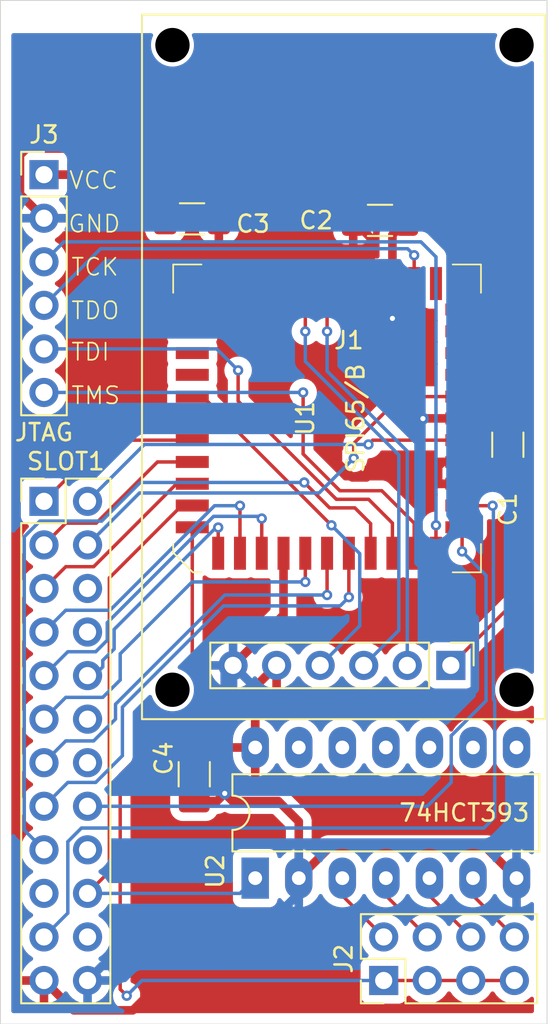
<source format=kicad_pcb>
(kicad_pcb (version 20240108) (generator "pcbnew") (generator_version "8.0")
  (layers (0 "F.Cu" signal) (31 "B.Cu" signal) (34 "B.Paste" user) (35 "F.Paste" user) (36 "B.SilkS" user "B.Silkscreen") (37 "F.SilkS" user "F.Silkscreen") (38 "B.Mask" user) (39 "F.Mask" user) (44 "Edge.Cuts" user))
  (net 0 "")
  (net 1 "VCC")
  (net 2 "GND")
  (net 3 "/CS")
  (net 4 "/MISO")
  (net 5 "/MOSI")
  (net 6 "/SCK")
  (net 7 "Net-(J2-Pin_6)")
  (net 8 "/EXTCLK")
  (net 9 "Net-(J2-Pin_4)")
  (net 10 "Net-(J2-Pin_8)")
  (net 11 "Net-(J2-Pin_2)")
  (net 12 "/~{CS_SLOT0}")
  (net 13 "/BUF_D0")
  (net 14 "/RESET_TRIG")
  (net 15 "/BUF_A1")
  (net 16 "/BUF_R~{W}")
  (net 17 "/~{BUF_OE}")
  (net 18 "/BUF_D2")
  (net 19 "/BUF_D6")
  (net 20 "/~{NMI}")
  (net 21 "/BUF_D3")
  (net 22 "/~{RESET}")
  (net 23 "/BUF_A2")
  (net 24 "/BUF_A3")
  (net 25 "/BUF_D4")
  (net 26 "/~{BUF_WE}")
  (net 27 "/BUF_PHI2")
  (net 28 "/CPU_RDY")
  (net 29 "/BUF_D7")
  (net 30 "/~{IRQ}")
  (net 31 "/BUF_A0")
  (net 32 "/BUF_D1")
  (net 33 "/BUF_D5")
  (net 34 "/TDI")
  (net 35 "/TMS")
  (net 41 "/TCK")
  (net 43 "/TDO")
  (footprint "Capacitor_SMD:C_1206_3216Metric_Pad1.33x1.80mm_HandSolder" (layer "F.Cu") (at 112.903 94.6535 -90)
    (property "Reference" "C4" (at -0.9275 1.778 90) (layer "F.SilkS"))
    (property "Value" "C")
    (fp_line (start -0.711252 0.91) (end 0.711252 0.91) (stroke (width 0.12)) (layer "F.SilkS"))
    (fp_line (start -0.711252 -0.91) (end 0.711252 -0.91) (stroke (width 0.12)) (layer "F.SilkS"))
    (pad "1" smd roundrect (at -1.5625 0 270) (size 1.325 1.8) (layers "F.Cu" "F.Paste" "F.Mask") (roundrect_rratio 0.1886792453) (net 1 "VCC"))
    (pad "2" smd roundrect (at 1.5625 0 270) (size 1.325 1.8) (layers "F.Cu" "F.Paste" "F.Mask") (roundrect_rratio 0.1886792453) (net 2 "GND"))
  )
  (footprint "Connector_PinHeader_2.54mm:PinHeader_1x06_P2.54mm_Vertical" (layer "F.Cu") (at 104.14 59.69)
    (property "Reference" "J3" (at 0 -2.33 0) (layer "F.SilkS"))
    (property "Value" "JTAG" (at 0 15.03 0) (layer "F.SilkS"))
    (fp_line (start -1.33 -1.33) (end 0 -1.33) (stroke (width 0.12)) (layer "F.SilkS"))
    (fp_line (start -1.33 0) (end -1.33 -1.33) (stroke (width 0.12)) (layer "F.SilkS"))
    (fp_line (start -1.33 1.27) (end -1.33 14.03) (stroke (width 0.12)) (layer "F.SilkS"))
    (fp_line (start -1.33 1.27) (end 1.33 1.27) (stroke (width 0.12)) (layer "F.SilkS"))
    (fp_line (start -1.33 14.03) (end 1.33 14.03) (stroke (width 0.12)) (layer "F.SilkS"))
    (fp_line (start 1.33 1.27) (end 1.33 14.03) (stroke (width 0.12)) (layer "F.SilkS"))
    (pad "1" thru_hole rect (at 0 0) (size 1.7 1.7) (drill 1) (layers "*.Cu" "*.Mask") (net 1 "VCC"))
    (pad "2" thru_hole oval (at 0 2.54) (size 1.7 1.7) (drill 1) (layers "*.Cu" "*.Mask") (net 2 "GND"))
    (pad "3" thru_hole oval (at 0 5.08) (size 1.7 1.7) (drill 1) (layers "*.Cu" "*.Mask") (net 41 "/TCK"))
    (pad "4" thru_hole oval (at 0 7.62) (size 1.7 1.7) (drill 1) (layers "*.Cu" "*.Mask") (net 43 "/TDO"))
    (pad "5" thru_hole oval (at 0 10.16) (size 1.7 1.7) (drill 1) (layers "*.Cu" "*.Mask") (net 34 "/TDI"))
    (pad "6" thru_hole oval (at 0 12.7) (size 1.7 1.7) (drill 1) (layers "*.Cu" "*.Mask") (net 35 "/TMS"))
  )
  (footprint "Connector_PinHeader_2.54mm:PinHeader_2x04_P2.54mm_Vertical" (layer "F.Cu") (at 123.952 106.68 90)
    (property "Reference" "J2" (at 1.27 -2.33 -90) (layer "F.SilkS"))
    (property "Value" "Conn_02x04_Odd_Even" (hide yes))
    (fp_line (start 3.87 -1.33) (end 3.87 8.95) (stroke (width 0.12)) (layer "F.SilkS"))
    (fp_line (start 1.27 -1.33) (end 3.87 -1.33) (stroke (width 0.12)) (layer "F.SilkS"))
    (fp_line (start -1.33 -1.33) (end 0 -1.33) (stroke (width 0.12)) (layer "F.SilkS"))
    (fp_line (start -1.33 0) (end -1.33 -1.33) (stroke (width 0.12)) (layer "F.SilkS"))
    (fp_line (start 1.27 1.27) (end 1.27 -1.33) (stroke (width 0.12)) (layer "F.SilkS"))
    (fp_line (start -1.33 1.27) (end 1.27 1.27) (stroke (width 0.12)) (layer "F.SilkS"))
    (fp_line (start -1.33 1.27) (end -1.33 8.95) (stroke (width 0.12)) (layer "F.SilkS"))
    (fp_line (start -1.33 8.95) (end 3.87 8.95) (stroke (width 0.12)) (layer "F.SilkS"))
    (pad "1" thru_hole rect (at 0 0 90) (size 1.7 1.7) (drill 1) (layers "*.Cu" "*.Mask") (net 8 "/EXTCLK"))
    (pad "2" thru_hole oval (at 2.54 0 90) (size 1.7 1.7) (drill 1) (layers "*.Cu" "*.Mask") (net 11 "Net-(J2-Pin_2)"))
    (pad "3" thru_hole oval (at 0 2.54 90) (size 1.7 1.7) (drill 1) (layers "*.Cu" "*.Mask") (net 8 "/EXTCLK"))
    (pad "4" thru_hole oval (at 2.54 2.54 90) (size 1.7 1.7) (drill 1) (layers "*.Cu" "*.Mask") (net 9 "Net-(J2-Pin_4)"))
    (pad "5" thru_hole oval (at 0 5.08 90) (size 1.7 1.7) (drill 1) (layers "*.Cu" "*.Mask") (net 8 "/EXTCLK"))
    (pad "6" thru_hole oval (at 2.54 5.08 90) (size 1.7 1.7) (drill 1) (layers "*.Cu" "*.Mask") (net 7 "Net-(J2-Pin_6)"))
    (pad "7" thru_hole oval (at 0 7.62 90) (size 1.7 1.7) (drill 1) (layers "*.Cu" "*.Mask") (net 8 "/EXTCLK"))
    (pad "8" thru_hole oval (at 2.54 7.62 90) (size 1.7 1.7) (drill 1) (layers "*.Cu" "*.Mask") (net 10 "Net-(J2-Pin_8)"))
  )
  (footprint "spi65:MicroSD Card Adapter" (layer "F.Cu") (at 121.92 69.85)
    (property "Reference" "J1" (at 0 -0.5 0) (layer "F.SilkS"))
    (property "Value" "Arduino Micro SD Card Module")
    (fp_line (start -12.065 -19.4945) (end 11.43 -19.4945) (stroke (width 0.12)) (layer "F.SilkS"))
    (fp_line (start -12.065 -19.431) (end -12.065 21.59) (stroke (width 0.12)) (layer "F.SilkS"))
    (fp_line (start -12.065 21.59) (end 11.43 21.59) (stroke (width 0.12)) (layer "F.SilkS"))
    (fp_line (start -8.083 17.1265) (end -8.083 19.7865) (stroke (width 0.12)) (layer "F.SilkS"))
    (fp_line (start 4.677 17.1265) (end -8.083 17.1265) (stroke (width 0.12)) (layer "F.SilkS"))
    (fp_line (start 4.677 17.1265) (end 4.677 19.7865) (stroke (width 0.12)) (layer "F.SilkS"))
    (fp_line (start 4.677 19.7865) (end -8.083 19.7865) (stroke (width 0.12)) (layer "F.SilkS"))
    (fp_line (start 5.947 17.1265) (end 7.277 17.1265) (stroke (width 0.12)) (layer "F.SilkS"))
    (fp_line (start 7.277 17.1265) (end 7.277 18.4565) (stroke (width 0.12)) (layer "F.SilkS"))
    (fp_line (start 11.43 -19.431) (end 11.43 21.59) (stroke (width 0.12)) (layer "F.SilkS"))
    (pad "" np_thru_hole circle (at -10.287 -17.7165) (size 2 2) (drill 2) (layers "*.Mask"))
    (pad "" np_thru_hole circle (at -10.287 19.8755) (size 2 2) (drill 2) (layers "*.Mask"))
    (pad "" np_thru_hole circle (at 9.779 -17.7165) (size 2 2) (drill 2) (layers "*.Mask"))
    (pad "" np_thru_hole circle (at 9.779 19.8755) (size 2 2) (drill 2) (layers "*.Mask"))
    (pad "1" thru_hole rect (at 5.947 18.4565 270) (size 1.7 1.7) (drill 1) (layers "*.Cu" "*.Mask") (net 3 "/CS"))
    (pad "2" thru_hole oval (at 3.407 18.4565 270) (size 1.7 1.7) (drill 1) (layers "*.Cu" "*.Mask") (net 6 "/SCK"))
    (pad "3" thru_hole oval (at 0.867 18.4565 270) (size 1.7 1.7) (drill 1) (layers "*.Cu" "*.Mask") (net 5 "/MOSI"))
    (pad "4" thru_hole oval (at -1.673 18.4565 270) (size 1.7 1.7) (drill 1) (layers "*.Cu" "*.Mask") (net 4 "/MISO"))
    (pad "5" thru_hole oval (at -4.213 18.4565 270) (size 1.7 1.7) (drill 1) (layers "*.Cu" "*.Mask") (net 1 "VCC"))
    (pad "6" thru_hole oval (at -6.753 18.4565 270) (size 1.7 1.7) (drill 1) (layers "*.Cu" "*.Mask") (net 2 "GND"))
  )
  (footprint "Capacitor_SMD:C_1206_3216Metric_Pad1.33x1.80mm_HandSolder" (layer "F.Cu") (at 123.7365 62.357)
    (property "Reference" "C2" (at -3.7215 0 0) (layer "F.SilkS"))
    (property "Value" "C")
    (fp_line (start -0.711252 -0.91) (end 0.711252 -0.91) (stroke (width 0.12)) (layer "F.SilkS"))
    (fp_line (start -0.711252 0.91) (end 0.711252 0.91) (stroke (width 0.12)) (layer "F.SilkS"))
    (pad "1" smd roundrect (at -1.5625 0) (size 1.325 1.8) (layers "F.Cu" "F.Paste" "F.Mask") (roundrect_rratio 0.1886792453) (net 1 "VCC"))
    (pad "2" smd roundrect (at 1.5625 0) (size 1.325 1.8) (layers "F.Cu" "F.Paste" "F.Mask") (roundrect_rratio 0.1886792453) (net 2 "GND"))
  )
  (footprint "Package_DIP:DIP-14_W7.62mm_LongPads" (layer "F.Cu") (at 116.459 100.711 90)
    (property "Reference" "U2" (at 0.396 -2.33 -90) (layer "F.SilkS"))
    (property "Value" "74HCT393" (at 3.81 12.197 0) (layer "F.SilkS"))
    (fp_line (start 6.06 -1.33) (end 4.81 -1.33) (stroke (width 0.12)) (layer "F.SilkS"))
    (fp_line (start 2.81 -1.33) (end 1.56 -1.33) (stroke (width 0.12)) (layer "F.SilkS"))
    (fp_line (start 1.56 -1.33) (end 1.56 16.57) (stroke (width 0.12)) (layer "F.SilkS"))
    (fp_line (start 6.06 16.57) (end 6.06 -1.33) (stroke (width 0.12)) (layer "F.SilkS"))
    (fp_line (start 1.56 16.57) (end 6.06 16.57) (stroke (width 0.12)) (layer "F.SilkS"))
    (fp_arc (start 4.81 -1.33) (mid 3.81 -0.33) (end 2.81 -1.33) (stroke (width 0.12)) (layer "F.SilkS"))
    (pad "1" thru_hole rect (at 0 0 90) (size 2.4 1.6) (drill 0.8) (layers "*.Cu" "*.Mask") (net 27 "/BUF_PHI2"))
    (pad "2" thru_hole oval (at 0 2.54 90) (size 2.4 1.6) (drill 0.8) (layers "*.Cu" "*.Mask") (net 2 "GND"))
    (pad "3" thru_hole oval (at 0 5.08 90) (size 2.4 1.6) (drill 0.8) (layers "*.Cu" "*.Mask") (net 11 "Net-(J2-Pin_2)"))
    (pad "4" thru_hole oval (at 0 7.62 90) (size 2.4 1.6) (drill 0.8) (layers "*.Cu" "*.Mask") (net 9 "Net-(J2-Pin_4)"))
    (pad "5" thru_hole oval (at 0 10.16 90) (size 2.4 1.6) (drill 0.8) (layers "*.Cu" "*.Mask") (net 7 "Net-(J2-Pin_6)"))
    (pad "6" thru_hole oval (at 0 12.7 90) (size 2.4 1.6) (drill 0.8) (layers "*.Cu" "*.Mask") (net 10 "Net-(J2-Pin_8)"))
    (pad "7" thru_hole oval (at 0 15.24 90) (size 2.4 1.6) (drill 0.8) (layers "*.Cu" "*.Mask") (net 2 "GND"))
    (pad "8" thru_hole oval (at 7.62 15.24 90) (size 2.4 1.6) (drill 0.8) (layers "*.Cu" "*.Mask"))
    (pad "9" thru_hole oval (at 7.62 12.7 90) (size 2.4 1.6) (drill 0.8) (layers "*.Cu" "*.Mask"))
    (pad "10" thru_hole oval (at 7.62 10.16 90) (size 2.4 1.6) (drill 0.8) (layers "*.Cu" "*.Mask"))
    (pad "11" thru_hole oval (at 7.62 7.62 90) (size 2.4 1.6) (drill 0.8) (layers "*.Cu" "*.Mask"))
    (pad "12" thru_hole oval (at 7.62 5.08 90) (size 2.4 1.6) (drill 0.8) (layers "*.Cu" "*.Mask"))
    (pad "13" thru_hole oval (at 7.62 2.54 90) (size 2.4 1.6) (drill 0.8) (layers "*.Cu" "*.Mask"))
    (pad "14" thru_hole oval (at 7.62 0 90) (size 2.4 1.6) (drill 0.8) (layers "*.Cu" "*.Mask") (net 1 "VCC"))
  )
  (footprint "Connector_PinHeader_2.54mm:PinHeader_2x12_P2.54mm_Vertical" (layer "F.Cu") (at 104.14 78.74)
    (property "Reference" "SLOT1" (at 1.27 -2.33 0) (layer "F.SilkS"))
    (property "Value" "Conn_02x12_Odd_Even" (hide yes))
    (fp_line (start -1.33 -1.33) (end 0 -1.33) (stroke (width 0.12)) (layer "F.SilkS"))
    (fp_line (start -1.33 0) (end -1.33 -1.33) (stroke (width 0.12)) (layer "F.SilkS"))
    (fp_line (start -1.33 1.27) (end -1.33 29.27) (stroke (width 0.12)) (layer "F.SilkS"))
    (fp_line (start -1.33 1.27) (end 1.27 1.27) (stroke (width 0.12)) (layer "F.SilkS"))
    (fp_line (start -1.33 29.27) (end 3.87 29.27) (stroke (width 0.12)) (layer "F.SilkS"))
    (fp_line (start 1.27 -1.33) (end 3.87 -1.33) (stroke (width 0.12)) (layer "F.SilkS"))
    (fp_line (start 1.27 1.27) (end 1.27 -1.33) (stroke (width 0.12)) (layer "F.SilkS"))
    (fp_line (start 3.87 -1.33) (end 3.87 29.27) (stroke (width 0.12)) (layer "F.SilkS"))
    (pad "1" thru_hole rect (at 0 0) (size 1.7 1.7) (drill 1) (layers "*.Cu" "*.Mask") (net 13 "/BUF_D0"))
    (pad "2" thru_hole oval (at 2.54 0) (size 1.7 1.7) (drill 1) (layers "*.Cu" "*.Mask") (net 31 "/BUF_A0"))
    (pad "3" thru_hole oval (at 0 2.54) (size 1.7 1.7) (drill 1) (layers "*.Cu" "*.Mask") (net 32 "/BUF_D1"))
    (pad "4" thru_hole oval (at 2.54 2.54) (size 1.7 1.7) (drill 1) (layers "*.Cu" "*.Mask") (net 15 "/BUF_A1"))
    (pad "5" thru_hole oval (at 0 5.08) (size 1.7 1.7) (drill 1) (layers "*.Cu" "*.Mask") (net 18 "/BUF_D2"))
    (pad "6" thru_hole oval (at 2.54 5.08) (size 1.7 1.7) (drill 1) (layers "*.Cu" "*.Mask") (net 23 "/BUF_A2"))
    (pad "7" thru_hole oval (at 0 7.62) (size 1.7 1.7) (drill 1) (layers "*.Cu" "*.Mask") (net 21 "/BUF_D3"))
    (pad "8" thru_hole oval (at 2.54 7.62) (size 1.7 1.7) (drill 1) (layers "*.Cu" "*.Mask") (net 24 "/BUF_A3"))
    (pad "9" thru_hole oval (at 0 10.16) (size 1.7 1.7) (drill 1) (layers "*.Cu" "*.Mask") (net 25 "/BUF_D4"))
    (pad "10" thru_hole oval (at 2.54 10.16) (size 1.7 1.7) (drill 1) (layers "*.Cu" "*.Mask") (net 16 "/BUF_R~{W}"))
    (pad "11" thru_hole oval (at 0 12.7) (size 1.7 1.7) (drill 1) (layers "*.Cu" "*.Mask") (net 33 "/BUF_D5"))
    (pad "12" thru_hole oval (at 2.54 12.7) (size 1.7 1.7) (drill 1) (layers "*.Cu" "*.Mask") (net 26 "/~{BUF_WE}"))
    (pad "13" thru_hole oval (at 0 15.24) (size 1.7 1.7) (drill 1) (layers "*.Cu" "*.Mask") (net 19 "/BUF_D6"))
    (pad "14" thru_hole oval (at 2.54 15.24) (size 1.7 1.7) (drill 1) (layers "*.Cu" "*.Mask") (net 17 "/~{BUF_OE}"))
    (pad "15" thru_hole oval (at 0 17.78) (size 1.7 1.7) (drill 1) (layers "*.Cu" "*.Mask") (net 29 "/BUF_D7"))
    (pad "16" thru_hole oval (at 2.54 17.78) (size 1.7 1.7) (drill 1) (layers "*.Cu" "*.Mask") (net 12 "/~{CS_SLOT0}"))
    (pad "17" thru_hole oval (at 0 20.32) (size 1.7 1.7) (drill 1) (layers "*.Cu" "*.Mask") (net 30 "/~{IRQ}"))
    (pad "18" thru_hole oval (at 2.54 20.32) (size 1.7 1.7) (drill 1) (layers "*.Cu" "*.Mask") (net 20 "/~{NMI}"))
    (pad "19" thru_hole oval (at 0 22.86) (size 1.7 1.7) (drill 1) (layers "*.Cu" "*.Mask") (net 28 "/CPU_RDY"))
    (pad "20" thru_hole oval (at 2.54 22.86) (size 1.7 1.7) (drill 1) (layers "*.Cu" "*.Mask") (net 27 "/BUF_PHI2"))
    (pad "21" thru_hole oval (at 0 25.4) (size 1.7 1.7) (drill 1) (layers "*.Cu" "*.Mask") (net 22 "/~{RESET}"))
    (pad "22" thru_hole oval (at 2.54 25.4) (size 1.7 1.7) (drill 1) (layers "*.Cu" "*.Mask") (net 14 "/RESET_TRIG"))
    (pad "23" thru_hole oval (at 0 27.94) (size 1.7 1.7) (drill 1) (layers "*.Cu" "*.Mask") (net 1 "VCC"))
    (pad "24" thru_hole oval (at 2.54 27.94) (size 1.7 1.7) (drill 1) (layers "*.Cu" "*.Mask") (net 2 "GND"))
  )
  (footprint "Capacitor_SMD:C_1206_3216Metric_Pad1.33x1.80mm_HandSolder" (layer "F.Cu") (at 112.776 62.2685 180)
    (property "Reference" "C3" (at -3.556 -0.2925 180) (layer "F.SilkS"))
    (property "Value" "C")
    (fp_line (start -0.711252 0.91) (end 0.711252 0.91) (stroke (width 0.12)) (layer "F.SilkS"))
    (fp_line (start -0.711252 -0.91) (end 0.711252 -0.91) (stroke (width 0.12)) (layer "F.SilkS"))
    (pad "1" smd roundrect (at -1.5625 0 180) (size 1.325 1.8) (layers "F.Cu" "F.Paste" "F.Mask") (roundrect_rratio 0.1886792453) (net 1 "VCC"))
    (pad "2" smd roundrect (at 1.5625 0 180) (size 1.325 1.8) (layers "F.Cu" "F.Paste" "F.Mask") (roundrect_rratio 0.1886792453) (net 2 "GND"))
  )
  (footprint "Package_LCC:PLCC-44" (layer "F.Cu") (at 120.649999 73.9025 90)
    (property "Reference" "U1" (at 0 -1.27 -90) (layer "F.SilkS"))
    (property "Value" "SPI65/B" (at 0 1.6625 -90) (layer "F.SilkS"))
    (fp_line (start 8.975 -8.975) (end 8.975 -7.325) (stroke (width 0.1)) (layer "F.SilkS"))
    (fp_line (start 7.325 -8.975) (end 8.975 -8.975) (stroke (width 0.1)) (layer "F.SilkS"))
    (fp_line (start -7.325 -8.975) (end -7.825 -8.975) (stroke (width 0.1)) (layer "F.SilkS"))
    (fp_line (start -7.825 -8.975) (end -8.975 -7.825) (stroke (width 0.1)) (layer "F.SilkS"))
    (fp_line (start -8.975 -7.825) (end -8.975 -7.325) (stroke (width 0.1)) (layer "F.SilkS"))
    (fp_line (start 8.975 8.975) (end 8.975 7.325) (stroke (width 0.1)) (layer "F.SilkS"))
    (fp_line (start 7.325 8.975) (end 8.975 8.975) (stroke (width 0.1)) (layer "F.SilkS"))
    (fp_line (start -7.325 8.975) (end -8.975 8.975) (stroke (width 0.1)) (layer "F.SilkS"))
    (fp_line (start -8.975 8.975) (end -8.975 7.325) (stroke (width 0.1)) (layer "F.SilkS"))
    (pad "1" smd rect (at 0 -7.8625 90) (size 0.7 1.925) (layers "F.Cu" "F.Paste" "F.Mask"))
    (pad "2" smd rect (at -1.270001 -7.8625 90) (size 0.7 1.925) (layers "F.Cu" "F.Paste" "F.Mask") (net 13 "/BUF_D0"))
    (pad "3" smd rect (at -2.54 -7.8625 90) (size 0.7 1.925) (layers "F.Cu" "F.Paste" "F.Mask") (net 32 "/BUF_D1"))
    (pad "4" smd rect (at -3.81 -7.8625 90) (size 0.7 1.925) (layers "F.Cu" "F.Paste" "F.Mask") (net 18 "/BUF_D2"))
    (pad "5" smd rect (at -5.08 -7.862501 90) (size 0.7 1.925) (layers "F.Cu" "F.Paste" "F.Mask") (net 27 "/BUF_PHI2"))
    (pad "6" smd rect (at -6.35 -7.8625 90) (size 0.7 1.925) (layers "F.Cu" "F.Paste" "F.Mask") (net 8 "/EXTCLK"))
    (pad "7" smd rect (at -7.8625 -6.35 90) (size 1.925 0.7) (layers "F.Cu" "F.Paste" "F.Mask") (net 16 "/BUF_R~{W}"))
    (pad "8" smd rect (at -7.862501 -5.08 90) (size 1.925 0.7) (layers "F.Cu" "F.Paste" "F.Mask") (net 21 "/BUF_D3"))
    (pad "9" smd rect (at -7.8625 -3.81 90) (size 1.925 0.7) (layers "F.Cu" "F.Paste" "F.Mask") (net 25 "/BUF_D4"))
    (pad "10" smd rect (at -7.8625 -2.54 90) (size 1.925 0.7) (layers "F.Cu" "F.Paste" "F.Mask") (net 2 "GND"))
    (pad "11" smd rect (at -7.8625 -1.270001 90) (size 1.925 0.7) (layers "F.Cu" "F.Paste" "F.Mask") (net 33 "/BUF_D5"))
    (pad "12" smd rect (at -7.8625 0 90) (size 1.925 0.7) (layers "F.Cu" "F.Paste" "F.Mask") (net 19 "/BUF_D6"))
    (pad "13" smd rect (at -7.8625 1.270001 90) (size 1.925 0.7) (layers "F.Cu" "F.Paste" "F.Mask") (net 29 "/BUF_D7"))
    (pad "14" smd rect (at -7.8625 2.54 90) (size 1.925 0.7) (layers "F.Cu" "F.Paste" "F.Mask") (net 30 "/~{IRQ}"))
    (pad "15" smd rect (at -7.8625 3.81 90) (size 1.925 0.7) (layers "F.Cu" "F.Paste" "F.Mask") (net 34 "/TDI"))
    (pad "16" smd rect (at -7.862501 5.08 90) (size 1.925 0.7) (layers "F.Cu" "F.Paste" "F.Mask") (net 35 "/TMS"))
    (pad "17" smd rect (at -7.8625 6.35 90) (size 1.925 0.7) (layers "F.Cu" "F.Paste" "F.Mask") (net 41 "/TCK"))
    (pad "18" smd rect (at -6.35 7.8625 90) (size 0.7 1.925) (layers "F.Cu" "F.Paste" "F.Mask") (net 12 "/~{CS_SLOT0}"))
    (pad "19" smd rect (at -5.08 7.862501 90) (size 0.7 1.925) (layers "F.Cu" "F.Paste" "F.Mask") (net 22 "/~{RESET}"))
    (pad "20" smd rect (at -3.81 7.8625 90) (size 0.7 1.925) (layers "F.Cu" "F.Paste" "F.Mask") (net 1 "VCC"))
    (pad "21" smd rect (at -2.54 7.8625 90) (size 0.7 1.925) (layers "F.Cu" "F.Paste" "F.Mask") (net 1 "VCC"))
    (pad "22" smd rect (at -1.270001 7.8625 90) (size 0.7 1.925) (layers "F.Cu" "F.Paste" "F.Mask") (net 31 "/BUF_A0"))
    (pad "23" smd rect (at 0 7.8625 90) (size 0.7 1.925) (layers "F.Cu" "F.Paste" "F.Mask") (net 2 "GND"))
    (pad "24" smd rect (at 1.270001 7.8625 90) (size 0.7 1.925) (layers "F.Cu" "F.Paste" "F.Mask") (net 15 "/BUF_A1"))
    (pad "25" smd rect (at 2.54 7.8625 90) (size 0.7 1.925) (layers "F.Cu" "F.Paste" "F.Mask"))
    (pad "26" smd rect (at 3.81 7.8625 90) (size 0.7 1.925) (layers "F.Cu" "F.Paste" "F.Mask"))
    (pad "27" smd rect (at 5.08 7.862501 90) (size 0.7 1.925) (layers "F.Cu" "F.Paste" "F.Mask"))
    (pad "28" smd rect (at 6.35 7.8625 90) (size 0.7 1.925) (layers "F.Cu" "F.Paste" "F.Mask") (net 3 "/CS"))
    (pad "29" smd rect (at 7.8625 6.35 90) (size 1.925 0.7) (layers "F.Cu" "F.Paste" "F.Mask"))
    (pad "30" smd rect (at 7.862501 5.08 90) (size 1.925 0.7) (layers "F.Cu" "F.Paste" "F.Mask") (net 43 "/TDO"))
    (pad "31" smd rect (at 7.8625 3.81 90) (size 1.925 0.7) (layers "F.Cu" "F.Paste" "F.Mask") (net 2 "GND"))
    (pad "32" smd rect (at 7.8625 2.54 90) (size 1.925 0.7) (layers "F.Cu" "F.Paste" "F.Mask") (net 1 "VCC"))
    (pad "33" smd rect (at 7.8625 1.270001 90) (size 1.925 0.7) (layers "F.Cu" "F.Paste" "F.Mask"))
    (pad "34" smd rect (at 7.8625 0 90) (size 1.925 0.7) (layers "F.Cu" "F.Paste" "F.Mask") (net 6 "/SCK"))
    (pad "35" smd rect (at 7.8625 -1.270001 90) (size 1.925 0.7) (layers "F.Cu" "F.Paste" "F.Mask") (net 5 "/MOSI"))
    (pad "36" smd rect (at 7.8625 -2.54 90) (size 1.925 0.7) (layers "F.Cu" "F.Paste" "F.Mask"))
    (pad "37" smd rect (at 7.8625 -3.81 90) (size 1.925 0.7) (layers "F.Cu" "F.Paste" "F.Mask"))
    (pad "38" smd rect (at 7.862501 -5.08 90) (size 1.925 0.7) (layers "F.Cu" "F.Paste" "F.Mask"))
    (pad "39" smd rect (at 7.8625 -6.35 90) (size 1.925 0.7) (layers "F.Cu" "F.Paste" "F.Mask"))
    (pad "40" smd rect (at 6.35 -7.8625 90) (size 0.7 1.925) (layers "F.Cu" "F.Paste" "F.Mask"))
    (pad "41" smd rect (at 5.08 -7.862501 90) (size 0.7 1.925) (layers "F.Cu" "F.Paste" "F.Mask") (net 1 "VCC"))
    (pad "42" smd rect (at 3.81 -7.8625 90) (size 0.7 1.925) (layers "F.Cu" "F.Paste" "F.Mask"))
    (pad "43" smd rect (at 2.54 -7.8625 90) (size 0.7 1.925) (layers "F.Cu" "F.Paste" "F.Mask"))
    (pad "44" smd rect (at 1.270001 -7.8625 90) (size 0.7 1.925) (layers "F.Cu" "F.Paste" "F.Mask") (net 4 "/MISO"))
  )
  (footprint "Capacitor_SMD:C_1206_3216Metric_Pad1.33x1.80mm_HandSolder" (layer "F.Cu") (at 131.191 75.438 90)
    (property "Reference" "C1" (at -3.7715 0 -90) (layer "F.SilkS"))
    (property "Value" "C")
    (fp_line (start -0.711252 -0.91) (end 0.711252 -0.91) (stroke (width 0.12)) (layer "F.SilkS"))
    (fp_line (start -0.711252 0.91) (end 0.711252 0.91) (stroke (width 0.12)) (layer "F.SilkS"))
    (pad "1" smd roundrect (at -1.5625 0 90) (size 1.325 1.8) (layers "F.Cu" "F.Paste" "F.Mask") (roundrect_rratio 0.1886792453) (net 1 "VCC"))
    (pad "2" smd roundrect (at 1.5625 0 90) (size 1.325 1.8) (layers "F.Cu" "F.Paste" "F.Mask") (roundrect_rratio 0.1886792453) (net 2 "GND"))
  )
  (gr_rect (start 101.6 49.53) (end 133.477 109.22) (stroke (width 0.05)) (fill none) (layer "Edge.Cuts"))
  (gr_text "TDI" (at 105.664 70.612 0) (layer "F.SilkS") (effects (font (size 1 1) (thickness 0.1)) (justify left bottom)))
  (gr_text "TCK" (at 105.664 65.659 0) (layer "F.SilkS") (effects (font (size 1 1) (thickness 0.1)) (justify left bottom)))
  (gr_text "TDO" (at 105.664 68.199 0) (layer "F.SilkS") (effects (font (size 1 1) (thickness 0.1)) (justify left bottom)))
  (gr_text "TMS" (at 105.664 73.152 0) (layer "F.SilkS") (effects (font (size 1 1) (thickness 0.1)) (justify left bottom)))
  (gr_text "VCC" (at 105.537 60.6044 0) (layer "F.SilkS") (effects (font (size 1 1) (thickness 0.1)) (justify left bottom)))
  (gr_text "GND" (at 105.4862 63.1444 0) (layer "F.SilkS") (effects (font (size 1 1) (thickness 0.1)) (justify left bottom)))
  (segment (start 123.189999 64.389) (end 123.189999 66.04) (width 0.5) (layer "F.Cu") (net 1))
  (segment (start 114.3385 64.3505) (end 114.3 64.389) (width 0.5) (layer "F.Cu") (net 1))
  (segment (start 128.500999 77.724) (end 127.127 77.724) (width 0.5) (layer "F.Cu") (net 1))
  (segment (start 112.737498 68.8725) (end 112.787498 68.8225) (width 0.5) (layer "F.Cu") (net 1))
  (segment (start 109.997 107.740082) (end 109.318082 108.419) (width 0.5) (layer "F.Cu") (net 1))
  (segment (start 128.512499 77.7125) (end 128.500999 77.724) (width 0.5) (layer "F.Cu") (net 1))
  (segment (start 123.189999 73.025001) (end 121.285 74.93) (width 0.5) (layer "F.Cu") (net 1))
  (segment (start 130.6445 76.454) (end 131.191 77.0005) (width 0.5) (layer "F.Cu") (net 1))
  (segment (start 104.14 59.69) (end 121.539 59.69) (width 0.5) (layer "F.Cu") (net 1))
  (segment (start 128.512499 76.4425) (end 128.523999 76.454) (width 0.5) (layer "F.Cu") (net 1))
  (segment (start 123.189999 63.372999) (end 123.189999 64.389) (width 0.5) (layer "F.Cu") (net 1))
  (segment (start 111.125 66.802499) (end 113.538499 64.389) (width 0.5) (layer "F.Cu") (net 1))
  (segment (start 116.459 93.091) (end 116.459 89.5545) (width 0.5) (layer "F.Cu") (net 1))
  (segment (start 127.127 77.724) (end 127.127 76.708) (width 0.5) (layer "F.Cu") (net 1))
  (segment (start 105.879 108.419) (end 104.14 106.68) (width 0.5) (layer "F.Cu") (net 1))
  (segment (start 122.174 60.325) (end 122.174 62.357) (width 0.5) (layer "F.Cu") (net 1))
  (segment (start 113.827202 93.091) (end 109.997 96.921202) (width 0.5) (layer "F.Cu") (net 1))
  (segment (start 109.997 96.921202) (end 109.997 107.740082) (width 0.5) (layer "F.Cu") (net 1))
  (segment (start 116.459 89.5545) (end 117.707 88.3065) (width 0.5) (layer "F.Cu") (net 1))
  (segment (start 123.189999 66.04) (end 123.189999 73.025001) (width 0.5) (layer "F.Cu") (net 1))
  (segment (start 128.523999 76.454) (end 130.6445 76.454) (width 0.5) (layer "F.Cu") (net 1))
  (segment (start 122.114918 77.343) (end 122.948406 77.343) (width 0.5) (layer "F.Cu") (net 1))
  (segment (start 112.903 93.091) (end 116.459 93.091) (width 0.5) (layer "F.Cu") (net 1))
  (segment (start 109.318082 108.419) (end 105.879 108.419) (width 0.5) (layer "F.Cu") (net 1))
  (segment (start 122.948406 77.343) (end 123.8365 76.454906) (width 0.5) (layer "F.Cu") (net 1))
  (segment (start 111.125 68.8725) (end 112.737498 68.8725) (width 0.5) (layer "F.Cu") (net 1))
  (segment (start 128.512499 76.4425) (end 123.8365 76.4425) (width 0.5) (layer "F.Cu") (net 1))
  (segment (start 114.3 64.389) (end 123.189999 64.389) (width 0.5) (layer "F.Cu") (net 1))
  (segment (start 116.459 93.091) (end 113.827202 93.091) (width 0.5) (layer "F.Cu") (net 1))
  (segment (start 127.127 76.708) (end 127.3925 76.4425) (width 0.5) (layer "F.Cu") (net 1))
  (segment (start 113.538499 64.389) (end 114.3 64.389) (width 0.5) (layer "F.Cu") (net 1))
  (segment (start 111.125 68.8725) (end 111.125 66.802499) (width 0.5) (layer "F.Cu") (net 1))
  (segment (start 121.285 74.93) (end 121.285 76.513082) (width 0.5) (layer "F.Cu") (net 1))
  (segment (start 127.3925 76.4425) (end 128.512499 76.4425) (width 0.5) (layer "F.Cu") (net 1))
  (segment (start 121.285 76.513082) (end 122.114918 77.343) (width 0.5) (layer "F.Cu") (net 1))
  (segment (start 122.174 62.357) (end 123.189999 63.372999) (width 0.5) (layer "F.Cu") (net 1))
  (segment (start 121.539 59.69) (end 122.174 60.325) (width 0.5) (layer "F.Cu") (net 1))
  (segment (start 114.3385 62.2685) (end 114.3385 64.3505) (width 0.5) (layer "F.Cu") (net 1))
  (segment (start 110.2745 62.2685) (end 111.2135 62.2685) (width 0.5) (layer "F.Cu") (net 2))
  (segment (start 103.124 58.166) (end 122.809 58.166) (width 0.5) (layer "F.Cu") (net 2))
  (segment (start 104.14 62.23) (end 110.236 62.23) (width 0.5) (layer "F.Cu") (net 2))
  (segment (start 102.74 60.83) (end 102.74 58.55) (width 0.5) (layer "F.Cu") (net 2))
  (segment (start 120.749 98.961) (end 129.949 98.961) (width 0.5) (layer "F.Cu") (net 2))
  (segment (start 125.299 62.357) (end 124.459999 63.196001) (width 0.5) (layer "F.Cu") (net 2))
  (segment (start 110.236 62.23) (end 110.2745 62.2685) (width 0.5) (layer "F.Cu") (net 2))
  (segment (start 124.459999 63.196001) (end 124.459999 66.04) (width 0.5) (layer "F.Cu") (net 2))
  (segment (start 129.949 98.961) (end 131.699 100.711) (width 0.5) (layer "F.Cu") (net 2))
  (segment (start 118.11 85.3635) (end 118.109999 81.765) (width 0.5) (layer "F.Cu") (net 2))
  (segment (start 124.46 68.072) (end 124.459999 66.04) (width 0.5) (layer "F.Cu") (net 2))
  (segment (start 128.512499 73.9025) (end 126.2495 73.9025) (width 0.5) (layer "F.Cu") (net 2))
  (segment (start 131.164 73.9025) (end 131.191 73.8755) (width 0.5) (layer "F.Cu") (net 2))
  (segment (start 128.512499 73.9025) (end 131.164 73.9025) (width 0.5) (layer "F.Cu") (net 2))
  (segment (start 126.2495 73.9025) (end 126.238 73.914) (width 0.5) (layer "F.Cu") (net 2))
  (segment (start 118.999 97.409) (end 117.806 96.216) (width 0.5) (layer "F.Cu") (net 2))
  (segment (start 117.806 96.216) (end 115.127 96.216) (width 0.5) (layer "F.Cu") (net 2))
  (segment (start 125.299 60.656) (end 125.299 62.357) (width 0.5) (layer "F.Cu") (net 2))
  (segment (start 112.903 96.216) (end 114.235 96.216) (width 0.5) (layer "F.Cu") (net 2))
  (segment (start 122.809 58.166) (end 125.299 60.656) (width 0.5) (layer "F.Cu") (net 2))
  (segment (start 114.235 96.216) (end 114.681 95.77) (width 0.5) (layer "F.Cu") (net 2))
  (segment (start 115.127 96.216) (end 114.681 95.77) (width 0.5) (layer "F.Cu") (net 2))
  (segment (start 102.74 58.55) (end 103.124 58.166) (width 0.5) (layer "F.Cu") (net 2))
  (segment (start 104.14 62.23) (end 102.74 60.83) (width 0.5) (layer "F.Cu") (net 2))
  (segment (start 118.999 100.711) (end 120.749 98.961) (width 0.5) (layer "F.Cu") (net 2))
  (segment (start 118.999 100.711) (end 118.999 97.409) (width 0.5) (layer "F.Cu") (net 2))
  (segment (start 115.167 88.3065) (end 118.11 85.3635) (width 0.5) (layer "F.Cu") (net 2))
  (via (at 126.238 73.914) (size 0.7) (drill 0.3) (layers "F.Cu" "B.Cu") (net 2))
  (via (at 114.681 95.77) (size 0.7) (drill 0.3) (layers "F.Cu" "B.Cu") (net 2))
  (via (at 124.46 68.072) (size 0.7) (drill 0.3) (layers "F.Cu" "B.Cu") (net 2))
  (segment (start 106.68 106.68) (end 107.53 105.83) (width 0.5) (layer "B.Cu") (net 2))
  (segment (start 126.238 73.914) (end 124.46 72.136) (width 0.5) (layer "B.Cu") (net 2))
  (segment (start 115.167 88.3065) (end 114.681 88.7925) (width 0.5) (layer "B.Cu") (net 2))
  (segment (start 125.984 74.168) (end 126.238 73.914) (width 0.5) (layer "B.Cu") (net 2))
  (segment (start 107.53 105.83) (end 114.78 105.83) (width 0.5) (layer "B.Cu") (net 2))
  (segment (start 117.2845 90.424) (end 128.524 90.424) (width 0.5) (layer "B.Cu") (net 2))
  (segment (start 115.167 88.3065) (end 117.2845 90.424) (width 0.5) (layer "B.Cu") (net 2))
  (segment (start 118.999 101.611) (end 118.999 100.711) (width 0.5) (layer "B.Cu") (net 2))
  (segment (start 114.681 88.7925) (end 114.681 95.77) (width 0.5) (layer "B.Cu") (net 2))
  (segment (start 129.267 89.681) (end 129.267 85.579) (width 0.5) (layer "B.Cu") (net 2))
  (segment (start 129.267 85.579) (end 125.984 82.296) (width 0.5) (layer "B.Cu") (net 2))
  (segment (start 124.46 72.136) (end 124.46 68.072) (width 0.5) (layer "B.Cu") (net 2))
  (segment (start 128.524 90.424) (end 129.267 89.681) (width 0.5) (layer "B.Cu") (net 2))
  (segment (start 125.984 82.296) (end 125.984 74.168) (width 0.5) (layer "B.Cu") (net 2))
  (segment (start 114.78 105.83) (end 118.999 101.611) (width 0.5) (layer "B.Cu") (net 2))
  (segment (start 129.124999 67.5525) (end 132.491 70.918501) (width 0.2) (layer "F.Cu") (net 3))
  (segment (start 128.512499 67.5525) (end 129.124999 67.5525) (width 0.2) (layer "F.Cu") (net 3))
  (segment (start 132.491 70.918501) (end 132.491 83.6825) (width 0.2) (layer "F.Cu") (net 3))
  (segment (start 132.491 83.6825) (end 127.867 88.3065) (width 0.2) (layer "F.Cu") (net 3))
  (segment (start 120.904492 80.136992) (end 120.904492 80.137) (width 0.2) (layer "F.Cu") (net 4))
  (segment (start 112.787499 72.632499) (end 113.399999 72.632499) (width 0.2) (layer "F.Cu") (net 4))
  (segment (start 113.399999 72.632499) (end 120.904492 80.136992) (width 0.2) (layer "F.Cu") (net 4))
  (via (at 120.904492 80.137) (size 0.6) (drill 0.3) (layers "F.Cu" "B.Cu") (net 4))
  (segment (start 122.554998 81.787506) (end 120.904492 80.137) (width 0.2) (layer "B.Cu") (net 4))
  (segment (start 120.247 88.3065) (end 122.554998 85.998502) (width 0.2) (layer "B.Cu") (net 4))
  (segment (start 122.554998 85.998502) (end 122.554998 81.787506) (width 0.2) (layer "B.Cu") (net 4))
  (segment (start 119.379998 68.833998) (end 119.379998 66.04) (width 0.2) (layer "F.Cu") (net 5))
  (segment (start 119.38 68.834) (end 119.379998 68.833998) (width 0.2) (layer "F.Cu") (net 5))
  (via (at 119.38 68.834) (size 0.6) (drill 0.3) (layers "F.Cu" "B.Cu") (net 5))
  (segment (start 122.787 88.3065) (end 124.834 86.2595) (width 0.2) (layer "B.Cu") (net 5))
  (segment (start 124.834 76.033089) (end 119.38 70.579089) (width 0.2) (layer "B.Cu") (net 5))
  (segment (start 124.834 86.2595) (end 124.834 76.033089) (width 0.2) (layer "B.Cu") (net 5))
  (segment (start 119.38 70.579089) (end 119.38 68.834) (width 0.2) (layer "B.Cu") (net 5))
  (segment (start 120.649999 66.04) (end 120.65 68.834) (width 0.2) (layer "F.Cu") (net 6))
  (via (at 120.65 68.834) (size 0.6) (drill 0.3) (layers "F.Cu" "B.Cu") (net 6))
  (segment (start 120.65 71.141982) (end 125.327 75.818982) (width 0.2) (layer "B.Cu") (net 6))
  (segment (start 120.65 68.834) (end 120.65 71.141982) (width 0.2) (layer "B.Cu") (net 6))
  (segment (start 125.327 75.818982) (end 125.327 88.3065) (width 0.2) (layer "B.Cu") (net 6))
  (segment (start 126.619 101.727) (end 129.032 104.14) (width 0.2) (layer "F.Cu") (net 7))
  (segment (start 126.619 100.711) (end 126.619 101.727) (width 0.2) (layer "F.Cu") (net 7))
  (segment (start 112.787499 80.2525) (end 112.787499 88.970811) (width 0.2) (layer "F.Cu") (net 8))
  (segment (start 112.983 89.166312) (end 112.983 90.284688) (width 0.2) (layer "F.Cu") (net 8))
  (segment (start 108.585 107.188) (end 108.966 107.569) (width 0.2) (layer "F.Cu") (net 8))
  (segment (start 129.032 106.68) (end 126.492 106.68) (width 0.2) (layer "F.Cu") (net 8))
  (segment (start 112.787499 88.970811) (end 112.983 89.166312) (width 0.2) (layer "F.Cu") (net 8))
  (segment (start 112.983 90.284688) (end 108.585 94.682688) (width 0.2) (layer "F.Cu") (net 8))
  (segment (start 126.492 106.68) (end 123.952 106.68) (width 0.2) (layer "F.Cu") (net 8))
  (segment (start 108.585 94.682688) (end 108.585 107.188) (width 0.2) (layer "F.Cu") (net 8))
  (segment (start 131.572 106.68) (end 129.032 106.68) (width 0.2) (layer "F.Cu") (net 8))
  (via (at 108.966 107.569) (size 0.6) (drill 0.3) (layers "F.Cu" "B.Cu") (net 8))
  (segment (start 108.966 107.569) (end 109.855 106.68) (width 0.2) (layer "B.Cu") (net 8))
  (segment (start 109.855 106.68) (end 123.952 106.68) (width 0.2) (layer "B.Cu") (net 8))
  (segment (start 124.079 101.727) (end 126.492 104.14) (width 0.2) (layer "F.Cu") (net 9))
  (segment (start 124.079 100.711) (end 124.079 101.727) (width 0.2) (layer "F.Cu") (net 9))
  (segment (start 129.159 100.711) (end 129.159 101.727) (width 0.2) (layer "F.Cu") (net 10))
  (segment (start 129.159 101.727) (end 131.572 104.14) (width 0.2) (layer "F.Cu") (net 10))
  (segment (start 121.539 101.727) (end 123.952 104.14) (width 0.2) (layer "F.Cu") (net 11))
  (segment (start 121.539 100.711) (end 121.539 101.727) (width 0.2) (layer "F.Cu") (net 11))
  (segment (start 128.524 80.264001) (end 128.512499 80.2525) (width 0.2) (layer "F.Cu") (net 12))
  (segment (start 128.524 81.661) (end 128.524 80.264001) (width 0.2) (layer "F.Cu") (net 12))
  (via (at 128.524 81.661) (size 0.6) (drill 0.3) (layers "F.Cu" "B.Cu") (net 12))
  (segment (start 129.921 90.373365) (end 129.921 83.058) (width 0.2) (layer "B.Cu") (net 12))
  (segment (start 126.492 96.52) (end 127.889 95.123) (width 0.2) (layer "B.Cu") (net 12))
  (segment (start 127.889 92.405365) (end 129.921 90.373365) (width 0.2) (layer "B.Cu") (net 12))
  (segment (start 129.921 83.058) (end 128.524 81.661) (width 0.2) (layer "B.Cu") (net 12))
  (segment (start 127.889 95.123) (end 127.889 92.405365) (width 0.2) (layer "B.Cu") (net 12))
  (segment (start 106.68 96.52) (end 126.492 96.52) (width 0.2) (layer "B.Cu") (net 12))
  (segment (start 104.14 78.74) (end 107.707499 75.172501) (width 0.2) (layer "F.Cu") (net 13))
  (segment (start 107.707499 75.172501) (end 112.787499 75.172501) (width 0.2) (layer "F.Cu") (net 13))
  (segment (start 128.512499 72.632499) (end 124.934262 72.632499) (width 0.2) (layer "F.Cu") (net 15))
  (segment (start 124.934262 72.632499) (end 122.203541 75.36322) (width 0.2) (layer "F.Cu") (net 15))
  (segment (start 122.203541 75.36322) (end 122.203541 76.229541) (width 0.2) (layer "F.Cu") (net 15))
  (via (at 122.203541 76.229541) (size 0.6) (drill 0.3) (layers "F.Cu" "B.Cu") (net 15))
  (segment (start 106.68 81.28) (end 109.708353 78.251647) (width 0.2) (layer "B.Cu") (net 15))
  (segment (start 120.181435 78.251647) (end 122.203541 76.229541) (width 0.2) (layer "B.Cu") (net 15))
  (segment (start 109.708353 78.251647) (end 120.181435 78.251647) (width 0.2) (layer "B.Cu") (net 15))
  (segment (start 114.299999 81.765) (end 114.299998 80.263999) (width 0.2) (layer "F.Cu") (net 16))
  (via (at 114.299998 80.263999) (size 0.6) (drill 0.3) (layers "F.Cu" "B.Cu") (net 16))
  (segment (start 114.173001 80.263999) (end 114.299998 80.263999) (width 0.2) (layer "B.Cu") (net 16))
  (segment (start 106.68 88.9) (end 107.061 88.9) (width 0.2) (layer "B.Cu") (net 16))
  (segment (start 108.23 86.207) (end 114.173001 80.263999) (width 0.2) (layer "B.Cu") (net 16))
  (segment (start 107.061 88.9) (end 107.569 88.392) (width 0.2) (layer "B.Cu") (net 16))
  (segment (start 107.569 88.392) (end 107.569 88.011) (width 0.2) (layer "B.Cu") (net 16))
  (segment (start 108.23 87.35) (end 108.23 86.207) (width 0.2) (layer "B.Cu") (net 16))
  (segment (start 107.569 88.011) (end 108.23 87.35) (width 0.2) (layer "B.Cu") (net 16))
  (segment (start 104.14 83.82) (end 105.41 82.55) (width 0.2) (layer "F.Cu") (net 18))
  (segment (start 111.873846 77.7125) (end 112.787499 77.7125) (width 0.2) (layer "F.Cu") (net 18))
  (segment (start 107.036346 82.55) (end 111.873846 77.7125) (width 0.2) (layer "F.Cu") (net 18))
  (segment (start 105.41 82.55) (end 107.036346 82.55) (width 0.2) (layer "F.Cu") (net 18))
  (segment (start 120.649999 81.765) (end 120.65 84.201) (width 0.2) (layer "F.Cu") (net 19))
  (via (at 120.65 84.201) (size 0.6) (drill 0.3) (layers "F.Cu" "B.Cu") (net 19))
  (segment (start 107.036346 92.71) (end 108.312 91.434346) (width 0.2) (layer "B.Cu") (net 19))
  (segment (start 108.312 90.571626) (end 114.682626 84.201) (width 0.2) (layer "B.Cu") (net 19))
  (segment (start 114.682626 84.201) (end 120.65 84.201) (width 0.2) (layer "B.Cu") (net 19))
  (segment (start 105.41 92.71) (end 107.036346 92.71) (width 0.2) (layer "B.Cu") (net 19))
  (segment (start 108.312 91.434346) (end 108.312 90.571626) (width 0.2) (layer "B.Cu") (net 19))
  (segment (start 104.14 93.98) (end 105.41 92.71) (width 0.2) (layer "B.Cu") (net 19))
  (segment (start 115.569999 81.765001) (end 115.57 78.994) (width 0.2) (layer "F.Cu") (net 21))
  (via (at 115.57 78.994) (size 0.6) (drill 0.3) (layers "F.Cu" "B.Cu") (net 21))
  (segment (start 114.085074 78.994) (end 115.57 78.994) (width 0.2) (layer "B.Cu") (net 21))
  (segment (start 105.41 85.09) (end 107.989074 85.09) (width 0.2) (layer "B.Cu") (net 21))
  (segment (start 104.14 86.36) (end 105.41 85.09) (width 0.2) (layer "B.Cu") (net 21))
  (segment (start 107.989074 85.09) (end 114.085074 78.994) (width 0.2) (layer "B.Cu") (net 21))
  (segment (start 128.524 78.994) (end 128.5125 78.9825) (width 0.2) (layer "F.Cu") (net 22))
  (segment (start 130.302 78.994) (end 128.524 78.994) (width 0.2) (layer "F.Cu") (net 22))
  (via (at 130.302 78.994) (size 0.6) (drill 0.3) (layers "F.Cu" "B.Cu") (net 22))
  (segment (start 130.429 97.155) (end 130.429 90.364688) (width 0.2) (layer "B.Cu") (net 22))
  (segment (start 106.323654 97.79) (end 129.794 97.79) (width 0.2) (layer "B.Cu") (net 22))
  (segment (start 130.349 90.284688) (end 130.349 79.041) (width 0.2) (layer "B.Cu") (net 22))
  (segment (start 105.53 98.583654) (end 106.323654 97.79) (width 0.2) (layer "B.Cu") (net 22))
  (segment (start 104.14 104.14) (end 105.53 102.75) (width 0.2) (layer "B.Cu") (net 22))
  (segment (start 130.429 90.364688) (end 130.349 90.284688) (width 0.2) (layer "B.Cu") (net 22))
  (segment (start 105.53 102.75) (end 105.53 98.583654) (width 0.2) (layer "B.Cu") (net 22))
  (segment (start 130.349 79.041) (end 130.302 78.994) (width 0.2) (layer "B.Cu") (net 22))
  (segment (start 129.794 97.79) (end 130.429 97.155) (width 0.2) (layer "B.Cu") (net 22))
  (segment (start 116.839999 81.765) (end 116.84 79.741) (width 0.2) (layer "F.Cu") (net 25))
  (via (at 116.84 79.741) (size 0.6) (drill 0.3) (layers "F.Cu" "B.Cu") (net 25))
  (segment (start 107.83 85.814758) (end 114.030759 79.613999) (width 0.2) (layer "B.Cu") (net 25))
  (segment (start 116.713 79.614) (end 116.84 79.741) (width 0.2) (layer "B.Cu") (net 25))
  (segment (start 104.14 88.9) (end 105.53 87.51) (width 0.2) (layer "B.Cu") (net 25))
  (segment (start 105.53 87.51) (end 107.156346 87.51) (width 0.2) (layer "B.Cu") (net 25))
  (segment (start 107.83 86.836346) (end 107.83 85.814758) (width 0.2) (layer "B.Cu") (net 25))
  (segment (start 107.156346 87.51) (end 107.83 86.836346) (width 0.2) (layer "B.Cu") (net 25))
  (segment (start 114.030759 79.613999) (end 116.713 79.614) (width 0.2) (layer "B.Cu") (net 25))
  (segment (start 107.95 83.207498) (end 107.95 100.33) (width 0.2) (layer "F.Cu") (net 27))
  (segment (start 112.787498 78.9825) (end 112.174998 78.9825) (width 0.2) (layer "F.Cu") (net 27))
  (segment (start 107.95 100.33) (end 106.68 101.6) (width 0.2) (layer "F.Cu") (net 27))
  (segment (start 112.174998 78.9825) (end 107.95 83.207498) (width 0.2) (layer "F.Cu") (net 27))
  (segment (start 115.57 101.6) (end 116.459 100.711) (width 0.2) (layer "B.Cu") (net 27))
  (segment (start 106.68 101.6) (end 115.57 101.6) (width 0.2) (layer "B.Cu") (net 27))
  (segment (start 121.92 84.328) (end 121.92 81.765) (width 0.2) (layer "F.Cu") (net 29))
  (via (at 121.92 84.328) (size 0.6) (drill 0.3) (layers "F.Cu" "B.Cu") (net 29))
  (segment (start 107.156346 95.13) (end 108.712 93.574346) (width 0.2) (layer "B.Cu") (net 29))
  (segment (start 108.712 90.737312) (end 114.613312 84.836) (width 0.2) (layer "B.Cu") (net 29))
  (segment (start 105.53 95.13) (end 107.156346 95.13) (width 0.2) (layer "B.Cu") (net 29))
  (segment (start 114.613312 84.836) (end 121.412 84.836) (width 0.2) (layer "B.Cu") (net 29))
  (segment (start 121.412 84.836) (end 121.92 84.328) (width 0.2) (layer "B.Cu") (net 29))
  (segment (start 104.14 96.52) (end 105.53 95.13) (width 0.2) (layer "B.Cu") (net 29))
  (segment (start 108.712 93.574346) (end 108.712 90.737312) (width 0.2) (layer "B.Cu") (net 29))
  (segment (start 122.270393 79.12) (end 120.800823 79.12) (width 0.2) (layer "F.Cu") (net 30))
  (segment (start 120.800823 79.12) (end 119.319343 77.63852) (width 0.2) (layer "F.Cu") (net 30))
  (segment (start 123.189999 80.039606) (end 122.270393 79.12) (width 0.2) (layer "F.Cu") (net 30))
  (segment (start 123.189999 81.765) (end 123.189999 80.039606) (width 0.2) (layer "F.Cu") (net 30))
  (via (at 119.319343 77.63852) (size 0.6) (drill 0.3) (layers "F.Cu" "B.Cu") (net 30))
  (segment (start 104.14 99.06) (end 102.99 97.91) (width 0.2) (layer "B.Cu") (net 30))
  (segment (start 103.903654 79.89) (end 107.504314 79.89) (width 0.2) (layer "B.Cu") (net 30))
  (segment (start 102.99 80.803654) (end 103.903654 79.89) (width 0.2) (layer "B.Cu") (net 30))
  (segment (start 109.755794 77.63852) (end 119.319343 77.63852) (width 0.2) (layer "B.Cu") (net 30))
  (segment (start 107.504314 79.89) (end 109.755794 77.63852) (width 0.2) (layer "B.Cu") (net 30))
  (segment (start 102.99 97.91) (end 102.99 80.803654) (width 0.2) (layer "B.Cu") (net 30))
  (segment (start 128.512499 75.172501) (end 123.313499 75.172501) (width 0.2) (layer "F.Cu") (net 31))
  (segment (start 123.313499 75.172501) (end 123.063 75.423) (width 0.2) (layer "F.Cu") (net 31))
  (via (at 123.063 75.423) (size 0.6) (drill 0.3) (layers "F.Cu" "B.Cu") (net 31))
  (segment (start 109.997 75.423) (end 123.063 75.423) (width 0.2) (layer "B.Cu") (net 31))
  (segment (start 106.68 78.74) (end 109.997 75.423) (width 0.2) (layer "B.Cu") (net 31))
  (segment (start 105.41 80.01) (end 104.14 81.28) (width 0.2) (layer "F.Cu") (net 32))
  (segment (start 107.188 80.01) (end 105.41 80.01) (width 0.2) (layer "F.Cu") (net 32))
  (segment (start 112.787499 76.4425) (end 110.7555 76.4425) (width 0.2) (layer "F.Cu") (net 32))
  (segment (start 110.7555 76.4425) (end 107.188 80.01) (width 0.2) (layer "F.Cu") (net 32))
  (segment (start 119.379998 81.765) (end 119.379998 83.439) (width 0.2) (layer "F.Cu") (net 33))
  (via (at 119.379998 83.439) (size 0.6) (drill 0.3) (layers "F.Cu" "B.Cu") (net 33))
  (segment (start 105.41 90.17) (end 107.569 90.17) (width 0.2) (layer "B.Cu") (net 33))
  (segment (start 108.585 89.154) (end 108.585 87.63) (width 0.2) (layer "B.Cu") (net 33))
  (segment (start 108.585 87.63) (end 112.776 83.439) (width 0.2) (layer "B.Cu") (net 33))
  (segment (start 112.776 83.439) (end 119.379998 83.439) (width 0.2) (layer "B.Cu") (net 33))
  (segment (start 107.569 90.17) (end 108.585 89.154) (width 0.2) (layer "B.Cu") (net 33))
  (segment (start 104.14 91.44) (end 105.41 90.17) (width 0.2) (layer "B.Cu") (net 33))
  (segment (start 121.189655 78.62) (end 115.462538 72.892883) (width 0.2) (layer "F.Cu") (net 34))
  (segment (start 115.462538 72.892883) (end 115.462538 71.100462) (width 0.2) (layer "F.Cu") (net 34))
  (segment (start 123.07 78.62) (end 121.189655 78.62) (width 0.2) (layer "F.Cu") (net 34))
  (segment (start 124.459999 81.765) (end 124.459999 80.009999) (width 0.2) (layer "F.Cu") (net 34))
  (segment (start 124.459999 80.009999) (end 123.07 78.62) (width 0.2) (layer "F.Cu") (net 34))
  (via (at 115.462538 71.100462) (size 0.6) (drill 0.3) (layers "F.Cu" "B.Cu") (net 34))
  (segment (start 104.14 69.85) (end 114.212076 69.85) (width 0.2) (layer "B.Cu") (net 34))
  (segment (start 114.212076 69.85) (end 115.462538 71.100462) (width 0.2) (layer "B.Cu") (net 34))
  (segment (start 123.84 78.12) (end 121.396761 78.12) (width 0.2) (layer "F.Cu") (net 35))
  (segment (start 125.729999 81.765001) (end 125.729999 80.009999) (width 0.2) (layer "F.Cu") (net 35))
  (segment (start 121.396761 78.12) (end 119.253 75.976239) (width 0.2) (layer "F.Cu") (net 35))
  (segment (start 119.253 75.976239) (end 119.253 72.39) (width 0.2) (layer "F.Cu") (net 35))
  (segment (start 125.729999 80.009999) (end 123.84 78.12) (width 0.2) (layer "F.Cu") (net 35))
  (via (at 119.253 72.39) (size 0.6) (drill 0.3) (layers "F.Cu" "B.Cu") (net 35))
  (segment (start 104.14 72.39) (end 119.253 72.39) (width 0.2) (layer "B.Cu") (net 35))
  (segment (start 126.999999 81.765) (end 126.999999 80.137) (width 0.2) (layer "F.Cu") (net 41))
  (via (at 126.999999 80.137) (size 0.6) (drill 0.3) (layers "F.Cu" "B.Cu") (net 41))
  (segment (start 126.999999 64.48576) (end 126.999999 80.137) (width 0.2) (layer "B.Cu") (net 41))
  (segment (start 126.122239 63.608) (end 126.999999 64.48576) (width 0.2) (layer "B.Cu") (net 41))
  (segment (start 105.302 63.608) (end 126.122239 63.608) (width 0.2) (layer "B.Cu") (net 41))
  (segment (start 104.14 64.77) (end 105.302 63.608) (width 0.2) (layer "B.Cu") (net 41))
  (segment (start 125.729999 66.039999) (end 125.73 64.389) (width 0.2) (layer "F.Cu") (net 43))
  (via (at 125.73 64.389) (size 0.6) (drill 0.3) (layers "F.Cu" "B.Cu") (net 43))
  (segment (start 125.349 64.008) (end 125.73 64.389) (width 0.2) (layer "B.Cu") (net 43))
  (segment (start 107.442 64.008) (end 125.349 64.008) (width 0.2) (layer "B.Cu") (net 43))
  (segment (start 104.14 67.31) (end 107.442 64.008) (width 0.2) (layer "B.Cu") (net 43))
  (zone (net 1) (net_name "VCC") (layer "F.Cu") (connect_pads (clearance 0.5)) (min_thickness 0.25) (fill yes (thermal_gap 0.5) (thermal_bridge_width 0.5))
    (polygon (pts (xy 102.235 51.435) (xy 132.715 51.435) (xy 132.715 108.585) (xy 102.235 108.585)))
  )
  (zone (net 2) (net_name "GND") (layer "B.Cu") (priority 1) (connect_pads (clearance 0.5)) (min_thickness 0.25) (fill yes (thermal_gap 0.5) (thermal_bridge_width 0.5))
    (polygon (pts (xy 102.235 51.435) (xy 132.715 51.435) (xy 132.715 108.585) (xy 102.235 108.585)))
  )
)
</source>
